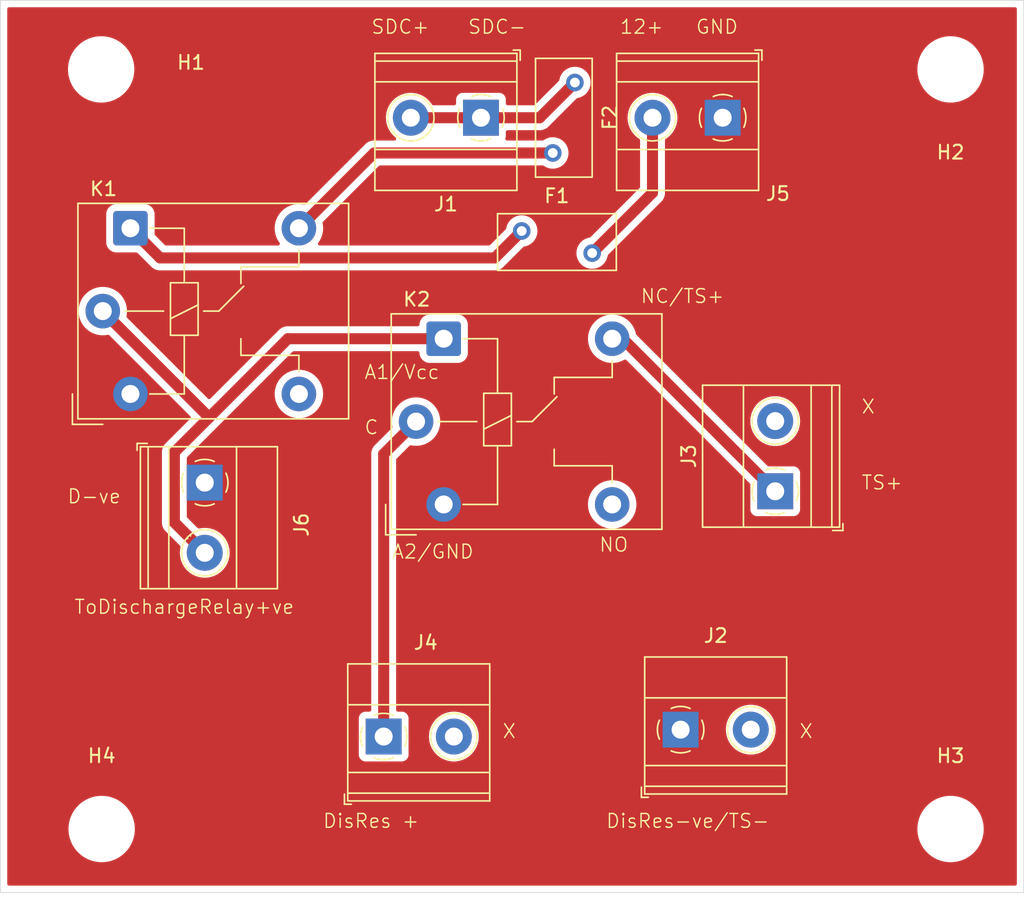
<source format=kicad_pcb>
(kicad_pcb (version 20240108) (generator "pcbnew") (generator_version "8.0")
  (layers (0 "F.Cu" signal) (31 "B.Cu" signal) (34 "B.Paste" user) (35 "F.Paste" user) (36 "B.SilkS" user "B.Silkscreen") (37 "F.SilkS" user "F.Silkscreen") (38 "B.Mask" user) (39 "F.Mask" user) (44 "Edge.Cuts" user))
  (net 0 "")
  (net 1 "+12V")
  (net 2 "Dis Resistor -ve")
  (net 3 "TS+")
  (net 4 "Dis Resistor +ve")
  (net 6 "SDC+")
  (net 7 "Discharge Contactor{slash}relay")
  (net 9 "Net-(J5-Pin_2)")
  (net 10 "Net-(J1-Pin_1)")
  (footprint "Fuse:Fuse_BelFuse_0ZRE0008FF_L8.3mm_W3.8mm" (layer "F.Cu") (at 167.3 52.45 -90)
    (property "Reference" "F2" (at 2.54 -2.54 -90) (layer "F.SilkS"))
    (property "Value" "500mA")
    (fp_line (start -1.75 2.85) (end 6.85 2.85) (stroke (width 0.12)) (layer "F.SilkS"))
    (fp_line (start -1.75 -1.25) (end -1.75 2.85) (stroke (width 0.12)) (layer "F.SilkS"))
    (fp_line (start -1.75 -1.25) (end 6.85 -1.25) (stroke (width 0.12)) (layer "F.SilkS"))
    (fp_line (start 6.85 -1.25) (end 6.85 2.85) (stroke (width 0.12)) (layer "F.SilkS"))
    (pad "1" thru_hole circle (at 0 0 270) (size 1.27 1.27) (drill 0.71) (layers "*.Cu" "*.Mask") (net 10 "Net-(J1-Pin_1)"))
    (pad "2" thru_hole circle (at 5.1 1.6 270) (size 1.27 1.27) (drill 0.71) (layers "*.Cu" "*.Mask") (net 6 "SDC+"))
  )
  (footprint "Relay_THT:Relay_SPDT_Hongfa_HF3F-L-xx-1ZL1T" (layer "F.Cu") (at 157.8 71)
    (property "Reference" "K2" (at -1.95 -2.85 0) (layer "F.SilkS"))
    (property "Value" "SRD-12VDC-SL-C")
    (fp_line (start -4.2 12) (end -4.2 14.2) (stroke (width 0.12)) (layer "F.SilkS"))
    (fp_line (start -4.2 14.2) (end -2 14.2) (stroke (width 0.12)) (layer "F.SilkS"))
    (fp_line (start -3.8 -1.8) (end -3.8 13.8) (stroke (width 0.12)) (layer "F.SilkS"))
    (fp_line (start -3.8 13.8) (end 15.8 13.8) (stroke (width 0.12)) (layer "F.SilkS"))
    (fp_line (start -0.4 6) (end 2.4 6) (stroke (width 0.12)) (layer "F.SilkS"))
    (fp_line (start 2.9 3.95) (end 2.9 7.75) (stroke (width 0.12)) (layer "F.SilkS"))
    (fp_line (start 2.9 7.75) (end 4.9 7.75) (stroke (width 0.12)) (layer "F.SilkS"))
    (fp_line (start 3.9 0) (end 1.4 0) (stroke (width 0.12)) (layer "F.SilkS"))
    (fp_line (start 3.9 3.95) (end 3.9 0) (stroke (width 0.12)) (layer "F.SilkS"))
    (fp_line (start 3.9 7.75) (end 3.9 12) (stroke (width 0.12)) (layer "F.SilkS"))
    (fp_line (start 3.9 12) (end 1.4 12) (stroke (width 0.12)) (layer "F.SilkS"))
    (fp_line (start 4.9 3.95) (end 2.9 3.95) (stroke (width 0.12)) (layer "F.SilkS"))
    (fp_line (start 4.9 5.55) (end 2.9 6.55) (stroke (width 0.12)) (layer "F.SilkS"))
    (fp_line (start 4.9 7.75) (end 4.9 3.95) (stroke (width 0.12)) (layer "F.SilkS"))
    (fp_line (start 6.4 6) (end 5.3 6) (stroke (width 0.12)) (layer "F.SilkS"))
    (fp_line (start 6.4 6) (end 8.2 4.2) (stroke (width 0.12)) (layer "F.SilkS"))
    (fp_line (start 8 2.8) (end 8 4) (stroke (width 0.12)) (layer "F.SilkS"))
    (fp_line (start 8 9.2) (end 8 8) (stroke (width 0.12)) (layer "F.SilkS"))
    (fp_line (start 12.2 1.6) (end 12.2 2.8) (stroke (width 0.12)) (layer "F.SilkS"))
    (fp_line (start 12.2 2.8) (end 8 2.8) (stroke (width 0.12)) (layer "F.SilkS"))
    (fp_line (start 12.2 9.2) (end 8 9.2) (stroke (width 0.12)) (layer "F.SilkS"))
    (fp_line (start 12.2 10.4) (end 12.2 9.2) (stroke (width 0.12)) (layer "F.SilkS"))
    (fp_line (start 15.8 -1.8) (end -3.8 -1.8) (stroke (width 0.12)) (layer "F.SilkS"))
    (fp_line (start 15.8 13.8) (end 15.8 -1.8) (stroke (width 0.12)) (layer "F.SilkS"))
    (pad "11" thru_hole circle (at -2 6) (size 2.5 2.5) (drill 1.3) (layers "*.Cu" "*.Mask") (net 4 "Dis Resistor +ve"))
    (pad "12" thru_hole circle (at 12.2 0) (size 2.5 2.5) (drill 1.3) (layers "*.Cu" "*.Mask") (net 3 "TS+"))
    (pad "14" thru_hole circle (at 12.2 12) (size 2.5 2.5) (drill 1.3) (layers "*.Cu" "*.Mask"))
    (pad "A1" thru_hole roundrect (at 0 0) (size 2.5 2.5) (drill 1.3) (layers "*.Cu" "*.Mask") (roundrect_rratio 0.1) (net 7 "Discharge Contactor{slash}relay"))
    (pad "A2" thru_hole circle (at 0 12) (size 2.5 2.5) (drill 1.3) (layers "*.Cu" "*.Mask") (net 2 "Dis Resistor -ve"))
  )
  (footprint "TerminalBlock_Phoenix:TerminalBlock_Phoenix_MKDS-1,5-2-5.08_1x02_P5.08mm_Horizontal" (layer "F.Cu") (at 174.955 99.305)
    (property "Reference" "J2" (at 2.545 -6.805 0) (layer "F.SilkS"))
    (property "Value" "from discharge resistor")
    (fp_line (start -2.84 4.16) (end -2.84 4.9) (stroke (width 0.12)) (layer "F.SilkS"))
    (fp_line (start -2.84 4.9) (end -2.34 4.9) (stroke (width 0.12)) (layer "F.SilkS"))
    (fp_line (start -2.6 -5.261) (end -2.6 4.66) (stroke (width 0.12)) (layer "F.SilkS"))
    (fp_line (start -2.6 -5.261) (end 7.68 -5.261) (stroke (width 0.12)) (layer "F.SilkS"))
    (fp_line (start -2.6 -2.301) (end 7.68 -2.301) (stroke (width 0.12)) (layer "F.SilkS"))
    (fp_line (start -2.6 2.6) (end 7.68 2.6) (stroke (width 0.12)) (layer "F.SilkS"))
    (fp_line (start -2.6 4.1) (end 7.68 4.1) (stroke (width 0.12)) (layer "F.SilkS"))
    (fp_line (start -2.6 4.66) (end 7.68 4.66) (stroke (width 0.12)) (layer "F.SilkS"))
    (fp_line (start 3.853 1.023) (end 3.806 1.069) (stroke (width 0.12)) (layer "F.SilkS"))
    (fp_line (start 4.046 1.239) (end 4.011 1.274) (stroke (width 0.12)) (layer "F.SilkS"))
    (fp_line (start 6.15 -1.275) (end 6.115 -1.239) (stroke (width 0.12)) (layer "F.SilkS"))
    (fp_line (start 6.355 -1.069) (end 6.308 -1.023) (stroke (width 0.12)) (layer "F.SilkS"))
    (fp_line (start 7.68 -5.261) (end 7.68 4.66) (stroke (width 0.12)) (layer "F.SilkS"))
    (fp_arc (start -1.535427 0.683042) (mid -1.680501 -0.000524) (end -1.535 -0.684) (stroke (width 0.12)) (layer "F.SilkS"))
    (fp_arc (start -0.683042 -1.535427) (mid 0.000524 -1.680501) (end 0.684 -1.535) (stroke (width 0.12)) (layer "F.SilkS"))
    (fp_arc (start 0.028805 1.680253) (mid -0.335551 1.646659) (end -0.684 1.535) (stroke (width 0.12)) (layer "F.SilkS"))
    (fp_arc (start 0.683318 1.534756) (mid 0.349292 1.643288) (end 0 1.68) (stroke (width 0.12)) (layer "F.SilkS"))
    (fp_arc (start 1.535427 -0.683042) (mid 1.680501 0.000524) (end 1.535 0.684) (stroke (width 0.12)) (layer "F.SilkS"))
    (fp_circle (center 5.08 0) (end 6.76 0) (stroke (width 0.12)) (fill none) (layer "F.SilkS"))
    (pad "1" thru_hole rect (at 0 0) (size 2.6 2.6) (drill 1.3) (layers "*.Cu" "*.Mask") (net 2 "Dis Resistor -ve"))
    (pad "2" thru_hole circle (at 5.08 0) (size 2.6 2.6) (drill 1.3) (layers "*.Cu" "*.Mask"))
  )
  (footprint "TerminalBlock_Phoenix:TerminalBlock_Phoenix_MKDS-1,5-2-5.08_1x02_P5.08mm_Horizontal" (layer "F.Cu") (at 178 55 180)
    (property "Reference" "J5" (at -4 -5.5 0) (layer "F.SilkS"))
    (property "Value" "Conn_01x02_Pin")
    (fp_line (start 7.68 -5.261) (end 7.68 4.66) (stroke (width 0.12)) (layer "F.SilkS"))
    (fp_line (start 6.355 -1.069) (end 6.308 -1.023) (stroke (width 0.12)) (layer "F.SilkS"))
    (fp_line (start 6.15 -1.275) (end 6.115 -1.239) (stroke (width 0.12)) (layer "F.SilkS"))
    (fp_line (start 4.046 1.239) (end 4.011 1.274) (stroke (width 0.12)) (layer "F.SilkS"))
    (fp_line (start 3.853 1.023) (end 3.806 1.069) (stroke (width 0.12)) (layer "F.SilkS"))
    (fp_line (start -2.6 4.66) (end 7.68 4.66) (stroke (width 0.12)) (layer "F.SilkS"))
    (fp_line (start -2.6 4.1) (end 7.68 4.1) (stroke (width 0.12)) (layer "F.SilkS"))
    (fp_line (start -2.6 2.6) (end 7.68 2.6) (stroke (width 0.12)) (layer "F.SilkS"))
    (fp_line (start -2.6 -2.301) (end 7.68 -2.301) (stroke (width 0.12)) (layer "F.SilkS"))
    (fp_line (start -2.6 -5.261) (end 7.68 -5.261) (stroke (width 0.12)) (layer "F.SilkS"))
    (fp_line (start -2.6 -5.261) (end -2.6 4.66) (stroke (width 0.12)) (layer "F.SilkS"))
    (fp_line (start -2.84 4.9) (end -2.34 4.9) (stroke (width 0.12)) (layer "F.SilkS"))
    (fp_line (start -2.84 4.16) (end -2.84 4.9) (stroke (width 0.12)) (layer "F.SilkS"))
    (fp_arc (start 1.535427 -0.683042) (mid 1.680501 0.000524) (end 1.535 0.684) (stroke (width 0.12)) (layer "F.SilkS"))
    (fp_arc (start 0.683318 1.534756) (mid 0.349292 1.643288) (end 0 1.68) (stroke (width 0.12)) (layer "F.SilkS"))
    (fp_arc (start 0.028805 1.680253) (mid -0.335551 1.646659) (end -0.684 1.535) (stroke (width 0.12)) (layer "F.SilkS"))
    (fp_arc (start -0.683042 -1.535427) (mid 0.000524 -1.680501) (end 0.684 -1.535) (stroke (width 0.12)) (layer "F.SilkS"))
    (fp_arc (start -1.535427 0.683042) (mid -1.680501 -0.000524) (end -1.535 -0.684) (stroke (width 0.12)) (layer "F.SilkS"))
    (fp_circle (center 5.08 0) (end 6.76 0) (stroke (width 0.12)) (fill none) (layer "F.SilkS"))
    (pad "1" thru_hole rect (at 0 0 180) (size 2.6 2.6) (drill 1.3) (layers "*.Cu" "*.Mask") (net 2 "Dis Resistor -ve"))
    (pad "2" thru_hole circle (at 5.08 0 180) (size 2.6 2.6) (drill 1.3) (layers "*.Cu" "*.Mask") (net 9 "Net-(J5-Pin_2)"))
  )
  (footprint "MountingHole:MountingHole_4.3mm_M4" (layer "F.Cu") (at 133 51.5)
    (property "Reference" "H1" (at 6.5 -0.5 0) (layer "F.SilkS"))
    (property "Value" "MountingHole")
    (pad "" np_thru_hole circle (at 0 0) (size 4.3 4.3) (drill 4.3) (layers "*.Cu" "*.Mask"))
  )
  (footprint "TerminalBlock_Phoenix:TerminalBlock_Phoenix_MKDS-1,5-2-5.08_1x02_P5.08mm_Horizontal" (layer "F.Cu") (at 140.5 81.42 -90)
    (property "Reference" "J6" (at 3.045 -7 90) (layer "F.SilkS"))
    (property "Value" "to discharge relay")
    (fp_line (start -2.84 4.9) (end -2.34 4.9) (stroke (width 0.12)) (layer "F.SilkS"))
    (fp_line (start -2.6 4.66) (end 7.68 4.66) (stroke (width 0.12)) (layer "F.SilkS"))
    (fp_line (start -2.84 4.16) (end -2.84 4.9) (stroke (width 0.12)) (layer "F.SilkS"))
    (fp_line (start -2.6 4.1) (end 7.68 4.1) (stroke (width 0.12)) (layer "F.SilkS"))
    (fp_line (start -2.6 2.6) (end 7.68 2.6) (stroke (width 0.12)) (layer "F.SilkS"))
    (fp_line (start 4.046 1.239) (end 4.011 1.274) (stroke (width 0.12)) (layer "F.SilkS"))
    (fp_line (start 3.853 1.023) (end 3.806 1.069) (stroke (width 0.12)) (layer "F.SilkS"))
    (fp_line (start 6.355 -1.069) (end 6.308 -1.023) (stroke (width 0.12)) (layer "F.SilkS"))
    (fp_line (start 6.15 -1.275) (end 6.115 -1.239) (stroke (width 0.12)) (layer "F.SilkS"))
    (fp_line (start -2.6 -2.301) (end 7.68 -2.301) (stroke (width 0.12)) (layer "F.SilkS"))
    (fp_line (start -2.6 -5.261) (end -2.6 4.66) (stroke (width 0.12)) (layer "F.SilkS"))
    (fp_line (start -2.6 -5.261) (end 7.68 -5.261) (stroke (width 0.12)) (layer "F.SilkS"))
    (fp_line (start 7.68 -5.261) (end 7.68 4.66) (stroke (width 0.12)) (layer "F.SilkS"))
    (fp_arc (start 0.028805 1.680253) (mid -0.335551 1.646659) (end -0.684 1.535) (stroke (width 0.12)) (layer "F.SilkS"))
    (fp_arc (start 0.683318 1.534756) (mid 0.349292 1.643288) (end 0 1.68) (stroke (width 0.12)) (layer "F.SilkS"))
    (fp_arc (start -1.535427 0.683042) (mid -1.680501 -0.000524) (end -1.535 -0.684) (stroke (width 0.12)) (layer "F.SilkS"))
    (fp_arc (start 1.535427 -0.683042) (mid 1.680501 0.000524) (end 1.535 0.684) (stroke (width 0.12)) (layer "F.SilkS"))
    (fp_arc (start -0.683042 -1.535427) (mid 0.000524 -1.680501) (end 0.684 -1.535) (stroke (width 0.12)) (layer "F.SilkS"))
    (fp_circle (center 5.08 0) (end 6.76 0) (stroke (width 0.12)) (fill none) (layer "F.SilkS"))
    (pad "1" thru_hole rect (at 0 0 270) (size 2.6 2.6) (drill 1.3) (layers "*.Cu" "*.Mask") (net 2 "Dis Resistor -ve"))
    (pad "2" thru_hole circle (at 5.08 0 270) (size 2.6 2.6) (drill 1.3) (layers "*.Cu" "*.Mask") (net 7 "Discharge Contactor{slash}relay"))
  )
  (footprint "MountingHole:MountingHole_4.3mm_M4" (layer "F.Cu") (at 133.035534 106.5)
    (property "Reference" "H4" (at 0 -5.3 0) (layer "F.SilkS"))
    (property "Value" "MountingHole")
    (pad "" np_thru_hole circle (at 0 0) (size 4.3 4.3) (drill 4.3) (layers "*.Cu" "*.Mask"))
  )
  (footprint "Fuse:Fuse_BelFuse_0ZRE0008FF_L8.3mm_W3.8mm" (layer "F.Cu") (at 163.45 63.2)
    (property "Reference" "F1" (at 2.54 -2.54 0) (layer "F.SilkS"))
    (property "Value" "500mA")
    (fp_line (start -1.75 -1.25) (end -1.75 2.85) (stroke (width 0.12)) (layer "F.SilkS"))
    (fp_line (start -1.75 -1.25) (end 6.85 -1.25) (stroke (width 0.12)) (layer "F.SilkS"))
    (fp_line (start -1.75 2.85) (end 6.85 2.85) (stroke (width 0.12)) (layer "F.SilkS"))
    (fp_line (start 6.85 -1.25) (end 6.85 2.85) (stroke (width 0.12)) (layer "F.SilkS"))
    (pad "1" thru_hole circle (at 0 0) (size 1.27 1.27) (drill 0.71) (layers "*.Cu" "*.Mask") (net 1 "+12V"))
    (pad "2" thru_hole circle (at 5.1 1.6) (size 1.27 1.27) (drill 0.71) (layers "*.Cu" "*.Mask") (net 9 "Net-(J5-Pin_2)"))
  )
  (footprint "Relay_THT:Relay_SPDT_Hongfa_HF3F-L-xx-1ZL1T" (layer "F.Cu") (at 135.1175 63)
    (property "Reference" "K1" (at -1.95 -2.85 0) (layer "F.SilkS"))
    (property "Value" "SRD-12VDC-SL-C")
    (fp_line (start -4.2 12) (end -4.2 14.2) (stroke (width 0.12)) (layer "F.SilkS"))
    (fp_line (start -4.2 14.2) (end -2 14.2) (stroke (width 0.12)) (layer "F.SilkS"))
    (fp_line (start -3.8 -1.8) (end -3.8 13.8) (stroke (width 0.12)) (layer "F.SilkS"))
    (fp_line (start -3.8 13.8) (end 15.8 13.8) (stroke (width 0.12)) (layer "F.SilkS"))
    (fp_line (start -0.4 6) (end 2.4 6) (stroke (width 0.12)) (layer "F.SilkS"))
    (fp_line (start 2.9 3.95) (end 2.9 7.75) (stroke (width 0.12)) (layer "F.SilkS"))
    (fp_line (start 2.9 7.75) (end 4.9 7.75) (stroke (width 0.12)) (layer "F.SilkS"))
    (fp_line (start 3.9 0) (end 1.4 0) (stroke (width 0.12)) (layer "F.SilkS"))
    (fp_line (start 3.9 3.95) (end 3.9 0) (stroke (width 0.12)) (layer "F.SilkS"))
    (fp_line (start 3.9 7.75) (end 3.9 12) (stroke (width 0.12)) (layer "F.SilkS"))
    (fp_line (start 3.9 12) (end 1.4 12) (stroke (width 0.12)) (layer "F.SilkS"))
    (fp_line (start 4.9 3.95) (end 2.9 3.95) (stroke (width 0.12)) (layer "F.SilkS"))
    (fp_line (start 4.9 5.55) (end 2.9 6.55) (stroke (width 0.12)) (layer "F.SilkS"))
    (fp_line (start 4.9 7.75) (end 4.9 3.95) (stroke (width 0.12)) (layer "F.SilkS"))
    (fp_line (start 6.4 6) (end 5.3 6) (stroke (width 0.12)) (layer "F.SilkS"))
    (fp_line (start 6.4 6) (end 8.2 4.2) (stroke (width 0.12)) (layer "F.SilkS"))
    (fp_line (start 8 2.8) (end 8 4) (stroke (width 0.12)) (layer "F.SilkS"))
    (fp_line (start 8 9.2) (end 8 8) (stroke (width 0.12)) (layer "F.SilkS"))
    (fp_line (start 12.2 1.6) (end 12.2 2.8) (stroke (width 0.12)) (layer "F.SilkS"))
    (fp_line (start 12.2 2.8) (end 8 2.8) (stroke (width 0.12)) (layer "F.SilkS"))
    (fp_line (start 12.2 9.2) (end 8 9.2) (stroke (width 0.12)) (layer "F.SilkS"))
    (fp_line (start 12.2 10.4) (end 12.2 9.2) (stroke (width 0.12)) (layer "F.SilkS"))
    (fp_line (start 15.8 -1.8) (end -3.8 -1.8) (stroke (width 0.12)) (layer "F.SilkS"))
    (fp_line (start 15.8 13.8) (end 15.8 -1.8) (stroke (width 0.12)) (layer "F.SilkS"))
    (pad "11" thru_hole circle (at -2 6) (size 2.5 2.5) (drill 1.3) (layers "*.Cu" "*.Mask") (net 7 "Discharge Contactor{slash}relay"))
    (pad "12" thru_hole circle (at 12.2 0) (size 2.5 2.5) (drill 1.3) (layers "*.Cu" "*.Mask") (net 6 "SDC+"))
    (pad "14" thru_hole circle (at 12.2 12) (size 2.5 2.5) (drill 1.3) (layers "*.Cu" "*.Mask"))
    (pad "A1" thru_hole roundrect (at 0 0) (size 2.5 2.5) (drill 1.3) (layers "*.Cu" "*.Mask") (roundrect_rratio 0.1) (net 1 "+12V"))
    (pad "A2" thru_hole circle (at 0 12) (size 2.5 2.5) (drill 1.3) (layers "*.Cu" "*.Mask") (net 2 "Dis Resistor -ve"))
  )
  (footprint "MountingHole:MountingHole_4.3mm_M4" (layer "F.Cu") (at 194.5 106.5)
    (property "Reference" "H3" (at 0 -5.3 0) (layer "F.SilkS"))
    (property "Value" "MountingHole")
    (pad "" np_thru_hole circle (at 0 0) (size 4.3 4.3) (drill 4.3) (layers "*.Cu" "*.Mask"))
  )
  (footprint "TerminalBlock_Phoenix:TerminalBlock_Phoenix_MKDS-1,5-2-5.08_1x02_P5.08mm_Horizontal" (layer "F.Cu") (at 181.805 82.045 90)
    (property "Reference" "J3" (at 2.54 -6.26 90) (layer "F.SilkS"))
    (property "Value" "Motor Controller +ve terminal")
    (fp_line (start 7.68 -5.261) (end 7.68 4.66) (stroke (width 0.12)) (layer "F.SilkS"))
    (fp_line (start -2.6 -5.261) (end 7.68 -5.261) (stroke (width 0.12)) (layer "F.SilkS"))
    (fp_line (start -2.6 -5.261) (end -2.6 4.66) (stroke (width 0.12)) (layer "F.SilkS"))
    (fp_line (start -2.6 -2.301) (end 7.68 -2.301) (stroke (width 0.12)) (layer "F.SilkS"))
    (fp_line (start 6.15 -1.275) (end 6.115 -1.239) (stroke (width 0.12)) (layer "F.SilkS"))
    (fp_line (start 6.355 -1.069) (end 6.308 -1.023) (stroke (width 0.12)) (layer "F.SilkS"))
    (fp_line (start 3.853 1.023) (end 3.806 1.069) (stroke (width 0.12)) (layer "F.SilkS"))
    (fp_line (start 4.046 1.239) (end 4.011 1.274) (stroke (width 0.12)) (layer "F.SilkS"))
    (fp_line (start -2.6 2.6) (end 7.68 2.6) (stroke (width 0.12)) (layer "F.SilkS"))
    (fp_line (start -2.6 4.1) (end 7.68 4.1) (stroke (width 0.12)) (layer "F.SilkS"))
    (fp_line (start -2.84 4.16) (end -2.84 4.9) (stroke (width 0.12)) (layer "F.SilkS"))
    (fp_line (start -2.6 4.66) (end 7.68 4.66) (stroke (width 0.12)) (layer "F.SilkS"))
    (fp_line (start -2.84 4.9) (end -2.34 4.9) (stroke (width 0.12)) (layer "F.SilkS"))
    (fp_arc (start -0.683042 -1.535427) (mid 0.000524 -1.680501) (end 0.684 -1.535) (stroke (width 0.12)) (layer "F.SilkS"))
    (fp_arc (start 1.535427 -0.683042) (mid 1.680501 0.000524) (end 1.535 0.684) (stroke (width 0.12)) (layer "F.SilkS"))
    (fp_arc (start -1.535427 0.683042) (mid -1.680501 -0.000524) (end -1.535 -0.684) (stroke (width 0.12)) (layer "F.SilkS"))
    (fp_arc (start 0.683318 1.534756) (mid 0.349292 1.643288) (end 0 1.68) (stroke (width 0.12)) (layer "F.SilkS"))
    (fp_arc (start 0.028805 1.680253) (mid -0.335551 1.646659) (end -0.684 1.535) (stroke (width 0.12)) (layer "F.SilkS"))
    (fp_circle (center 5.08 0) (end 6.76 0) (stroke (width 0.12)) (fill none) (layer "F.SilkS"))
    (pad "1" thru_hole rect (at 0 0 90) (size 2.6 2.6) (drill 1.3) (layers "*.Cu" "*.Mask") (net 3 "TS+"))
    (pad "2" thru_hole circle (at 5.08 0 90) (size 2.6 2.6) (drill 1.3) (layers "*.Cu" "*.Mask"))
  )
  (footprint "TerminalBlock_Phoenix:TerminalBlock_Phoenix_MKDS-1,5-2-5.08_1x02_P5.08mm_Horizontal" (layer "F.Cu") (at 160.5 55 180)
    (property "Reference" "J1" (at 2.54 -6.26 0) (layer "F.SilkS"))
    (property "Value" "Shutdown Status")
    (fp_line (start 7.68 -5.261) (end 7.68 4.66) (stroke (width 0.12)) (layer "F.SilkS"))
    (fp_line (start 6.355 -1.069) (end 6.308 -1.023) (stroke (width 0.12)) (layer "F.SilkS"))
    (fp_line (start 6.15 -1.275) (end 6.115 -1.239) (stroke (width 0.12)) (layer "F.SilkS"))
    (fp_line (start 4.046 1.239) (end 4.011 1.274) (stroke (width 0.12)) (layer "F.SilkS"))
    (fp_line (start 3.853 1.023) (end 3.806 1.069) (stroke (width 0.12)) (layer "F.SilkS"))
    (fp_line (start -2.6 4.66) (end 7.68 4.66) (stroke (width 0.12)) (layer "F.SilkS"))
    (fp_line (start -2.6 4.1) (end 7.68 4.1) (stroke (width 0.12)) (layer "F.SilkS"))
    (fp_line (start -2.6 2.6) (end 7.68 2.6) (stroke (width 0.12)) (layer "F.SilkS"))
    (fp_line (start -2.6 -2.301) (end 7.68 -2.301) (stroke (width 0.12)) (layer "F.SilkS"))
    (fp_line (start -2.6 -5.261) (end 7.68 -5.261) (stroke (width 0.12)) (layer "F.SilkS"))
    (fp_line (start -2.6 -5.261) (end -2.6 4.66) (stroke (width 0.12)) (layer "F.SilkS"))
    (fp_line (start -2.84 4.9) (end -2.34 4.9) (stroke (width 0.12)) (layer "F.SilkS"))
    (fp_line (start -2.84 4.16) (end -2.84 4.9) (stroke (width 0.12)) (layer "F.SilkS"))
    (fp_arc (start 1.535427 -0.683042) (mid 1.680501 0.000524) (end 1.535 0.684) (stroke (width 0.12)) (layer "F.SilkS"))
    (fp_arc (start 0.683318 1.534756) (mid 0.349292 1.643288) (end 0 1.68) (stroke (width 0.12)) (layer "F.SilkS"))
    (fp_arc (start 0.028805 1.680253) (mid -0.335551 1.646659) (end -0.684 1.535) (stroke (width 0.12)) (layer "F.SilkS"))
    (fp_arc (start -0.683042 -1.535427) (mid 0.000524 -1.680501) (end 0.684 -1.535) (stroke (width 0.12)) (layer "F.SilkS"))
    (fp_arc (start -1.535427 0.683042) (mid -1.680501 -0.000524) (end -1.535 -0.684) (stroke (width 0.12)) (layer "F.SilkS"))
    (fp_circle (center 5.08 0) (end 6.76 0) (stroke (width 0.12)) (fill none) (layer "F.SilkS"))
    (pad "1" thru_hole rect (at 0 0 180) (size 2.6 2.6) (drill 1.3) (layers "*.Cu" "*.Mask") (net 10 "Net-(J1-Pin_1)"))
    (pad "2" thru_hole circle (at 5.08 0 180) (size 2.6 2.6) (drill 1.3) (layers "*.Cu" "*.Mask") (net 10 "Net-(J1-Pin_1)"))
  )
  (footprint "MountingHole:MountingHole_4.3mm_M4" (layer "F.Cu") (at 194.5 51.5)
    (property "Reference" "H2" (at 0 6 0) (layer "F.SilkS"))
    (property "Value" "MountingHole")
    (pad "" np_thru_hole circle (at 0 0) (size 4.3 4.3) (drill 4.3) (layers "*.Cu" "*.Mask"))
  )
  (footprint "TerminalBlock_Phoenix:TerminalBlock_Phoenix_MKDS-1,5-2-5.08_1x02_P5.08mm_Horizontal" (layer "F.Cu") (at 153.455 99.805)
    (property "Reference" "J4" (at 3.045 -6.805 0) (layer "F.SilkS"))
    (property "Value" "to discharge resistor")
    (fp_line (start -2.84 4.16) (end -2.84 4.9) (stroke (width 0.12)) (layer "F.SilkS"))
    (fp_line (start -2.84 4.9) (end -2.34 4.9) (stroke (width 0.12)) (layer "F.SilkS"))
    (fp_line (start -2.6 -5.261) (end -2.6 4.66) (stroke (width 0.12)) (layer "F.SilkS"))
    (fp_line (start -2.6 -5.261) (end 7.68 -5.261) (stroke (width 0.12)) (layer "F.SilkS"))
    (fp_line (start -2.6 -2.301) (end 7.68 -2.301) (stroke (width 0.12)) (layer "F.SilkS"))
    (fp_line (start -2.6 2.6) (end 7.68 2.6) (stroke (width 0.12)) (layer "F.SilkS"))
    (fp_line (start -2.6 4.1) (end 7.68 4.1) (stroke (width 0.12)) (layer "F.SilkS"))
    (fp_line (start -2.6 4.66) (end 7.68 4.66) (stroke (width 0.12)) (layer "F.SilkS"))
    (fp_line (start 3.853 1.023) (end 3.806 1.069) (stroke (width 0.12)) (layer "F.SilkS"))
    (fp_line (start 4.046 1.239) (end 4.011 1.274) (stroke (width 0.12)) (layer "F.SilkS"))
    (fp_line (start 6.15 -1.275) (end 6.115 -1.239) (stroke (width 0.12)) (layer "F.SilkS"))
    (fp_line (start 6.355 -1.069) (end 6.308 -1.023) (stroke (width 0.12)) (layer "F.SilkS"))
    (fp_line (start 7.68 -5.261) (end 7.68 4.66) (stroke (width 0.12)) (layer "F.SilkS"))
    (fp_arc (start -1.535427 0.683042) (mid -1.680501 -0.000524) (end -1.535 -0.684) (stroke (width 0.12)) (layer "F.SilkS"))
    (fp_arc (start -0.683042 -1.535427) (mid 0.000524 -1.680501) (end 0.684 -1.535) (stroke (width 0.12)) (layer "F.SilkS"))
    (fp_arc (start 0.028805 1.680253) (mid -0.335551 1.646659) (end -0.684 1.535) (stroke (width 0.12)) (layer "F.SilkS"))
    (fp_arc (start 0.683318 1.534756) (mid 0.349292 1.643288) (end 0 1.68) (stroke (width 0.12)) (layer "F.SilkS"))
    (fp_arc (start 1.535427 -0.683042) (mid 1.680501 0.000524) (end 1.535 0.684) (stroke (width 0.12)) (layer "F.SilkS"))
    (fp_circle (center 5.08 0) (end 6.76 0) (stroke (width 0.12)) (fill none) (layer "F.SilkS"))
    (pad "1" thru_hole rect (at 0 0) (size 2.6 2.6) (drill 1.3) (layers "*.Cu" "*.Mask") (net 4 "Dis Resistor +ve"))
    (pad "2" thru_hole circle (at 5.08 0) (size 2.6 2.6) (drill 1.3) (layers "*.Cu" "*.Mask"))
  )
  (gr_rect (start 125.7 46.5) (end 199.8 111.1) (stroke (width 0.05)) (fill none) (layer "Edge.Cuts"))
  (gr_text "NO" (at 169 86.5 0) (layer "F.SilkS") (effects (font (size 1 1) (thickness 0.1)) (justify left bottom)))
  (gr_text "NC/TS+" (at 172 68.5 0) (layer "F.SilkS") (effects (font (size 1 1) (thickness 0.1)) (justify left bottom)))
  (gr_text "DisRes-ve/TS-" (at 169.5 106.5 0) (layer "F.SilkS") (effects (font (size 1 1) (thickness 0.1)) (justify left bottom)))
  (gr_text "SDC-" (at 159.5 49 0) (layer "F.SilkS") (effects (font (size 1 1) (thickness 0.1)) (justify left bottom)))
  (gr_text "GND" (at 176 49 0) (layer "F.SilkS") (effects (font (size 1 1) (thickness 0.1)) (justify left bottom)))
  (gr_text "X" (at 162 100 0) (layer "F.SilkS") (effects (font (size 1 1) (thickness 0.1)) (justify left bottom)))
  (gr_text "ToDischargeRelay+ve" (at 131 91 0) (layer "F.SilkS") (effects (font (size 1 1) (thickness 0.1)) (justify left bottom)))
  (gr_text "12+" (at 170.5 49 0) (layer "F.SilkS") (effects (font (size 1 1) (thickness 0.1)) (justify left bottom)))
  (gr_text "A2/GND" (at 154 87 0) (layer "F.SilkS") (effects (font (size 1 1) (thickness 0.1)) (justify left bottom)))
  (gr_text "C" (at 152 78 0) (layer "F.SilkS") (effects (font (size 1 1) (thickness 0.1)) (justify left bottom)))
  (gr_text "SDC+" (at 152.5 49 0) (layer "F.SilkS") (effects (font (size 1 1) (thickness 0.1)) (justify left bottom)))
  (gr_text "A1/Vcc" (at 152 74 0) (layer "F.SilkS") (effects (font (size 1 1) (thickness 0.1)) (justify left bottom)))
  (gr_text "X" (at 183.5 100 0) (layer "F.SilkS") (effects (font (size 1 1) (thickness 0.1)) (justify left bottom)))
  (gr_text "D-ve" (at 130.5 83 0) (layer "F.SilkS") (effects (font (size 1 1) (thickness 0.1)) (justify left bottom)))
  (gr_text "TS+" (at 188 82 0) (layer "F.SilkS") (effects (font (size 1 1) (thickness 0.1)) (justify left bottom)))
  (gr_text "X" (at 188 76.5 0) (layer "F.SilkS") (effects (font (size 1 1) (thickness 0.1)) (justify left bottom)))
  (gr_text "DisRes +" (at 149 106.5 0) (layer "F.SilkS") (effects (font (size 1 1) (thickness 0.1)) (justify left bottom)))
  (segment (start 137.2675 65.15) (end 135.1175 63) (width 0.8) (layer "F.Cu") (net 1))
  (segment (start 163.45 63.2) (end 161.5 65.15) (width 0.8) (layer "F.Cu") (net 1))
  (segment (start 161.5 65.15) (end 137.2675 65.15) (width 0.8) (layer "F.Cu") (net 1))
  (segment (start 174.955 99.305) (end 174.105 99.305) (width 0.8) (layer "F.Cu") (net 2))
  (segment (start 170.76 71) (end 181.805 82.045) (width 0.8) (layer "F.Cu") (net 3))
  (segment (start 170 71) (end 170.76 71) (width 0.8) (layer "F.Cu") (net 3))
  (segment (start 153.455 99.805) (end 153.455 79.345) (width 0.8) (layer "F.Cu") (net 4))
  (segment (start 153.455 79.345) (end 155.8 77) (width 0.8) (layer "F.Cu") (net 4))
  (segment (start 165.7 57.55) (end 152.7675 57.55) (width 0.8) (layer "F.Cu") (net 6))
  (segment (start 152.7675 57.55) (end 147.3175 63) (width 0.8) (layer "F.Cu") (net 6))
  (segment (start 140.76 76.76) (end 146.52 71) (width 0.8) (layer "F.Cu") (net 7))
  (segment (start 138.3 79.22) (end 140.76 76.76) (width 0.8) (layer "F.Cu") (net 7))
  (segment (start 140.5 86.5) (end 138.3 84.3) (width 0.8) (layer "F.Cu") (net 7))
  (segment (start 133.1175 69) (end 140.76 76.6425) (width 0.8) (layer "F.Cu") (net 7))
  (segment (start 140.76 76.6425) (end 140.76 76.76) (width 0.8) (layer "F.Cu") (net 7))
  (segment (start 138.3 84.3) (end 138.3 79.22) (width 0.8) (layer "F.Cu") (net 7))
  (segment (start 146.52 71) (end 157.8 71) (width 0.8) (layer "F.Cu") (net 7))
  (segment (start 172.92 60.43) (end 168.55 64.8) (width 0.8) (layer "F.Cu") (net 9))
  (segment (start 172.92 55) (end 172.92 60.43) (width 0.8) (layer "F.Cu") (net 9))
  (segment (start 155.3175 55) (end 155.42 55) (width 0.8) (layer "F.Cu") (net 10))
  (segment (start 164.75 55) (end 167.3 52.45) (width 0.8) (layer "F.Cu") (net 10))
  (segment (start 155.42 55) (end 160.5 55) (width 0.8) (layer "F.Cu") (net 10))
  (segment (start 160.5 55) (end 164.75 55) (width 0.8) (layer "F.Cu") (net 10))
  (zone (net 2) (net_name "Dis Resistor -ve") (layer "F.Cu") (connect_pads yes (clearance 0.5)) (min_thickness 0.25) (fill yes (thermal_gap 0.5) (thermal_bridge_width 0.5))
    (polygon (pts (xy 125.7 46.5) (xy 199.8 46.5) (xy 199.8 111) (xy 125.7 111.1)))
  )
)
</source>
